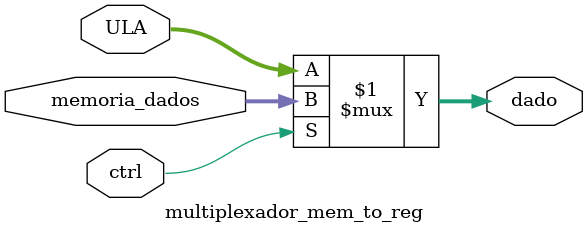
<source format=v>
module multiplexador_mem_to_reg(memoria_dados, ULA, ctrl, dado);
	// Entradas
	input [31:0] memoria_dados; // Dado vindo da memoria de dados
	input [31:0] ULA;	// Dado vindo da ULA
	
	// Controle
	input ctrl; // Sinal de controle vindo da UC

	// Saida
	output [31:0] dado; // Dado que sera escrito nos registradores
	assign dado = ctrl ? memoria_dados : ULA;
endmodule

</source>
